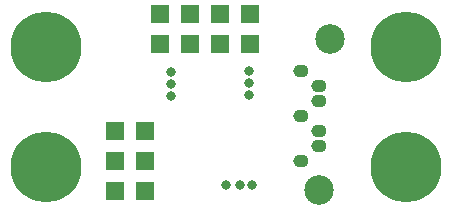
<source format=gbr>
%TF.GenerationSoftware,KiCad,Pcbnew,6.0.4-6f826c9f35~116~ubuntu20.04.1*%
%TF.CreationDate,2022-04-04T17:49:38+00:00*%
%TF.ProjectId,TTLLVDS01A,54544c4c-5644-4533-9031-412e6b696361,rev?*%
%TF.SameCoordinates,Original*%
%TF.FileFunction,Copper,L1,Top*%
%TF.FilePolarity,Positive*%
%FSLAX46Y46*%
G04 Gerber Fmt 4.6, Leading zero omitted, Abs format (unit mm)*
G04 Created by KiCad (PCBNEW 6.0.4-6f826c9f35~116~ubuntu20.04.1) date 2022-04-04 17:49:38*
%MOMM*%
%LPD*%
G01*
G04 APERTURE LIST*
%TA.AperFunction,ComponentPad*%
%ADD10O,1.300000X1.100000*%
%TD*%
%TA.AperFunction,ComponentPad*%
%ADD11C,2.500000*%
%TD*%
%TA.AperFunction,ComponentPad*%
%ADD12R,1.524000X1.524000*%
%TD*%
%TA.AperFunction,ComponentPad*%
%ADD13C,6.000000*%
%TD*%
%TA.AperFunction,ViaPad*%
%ADD14C,0.800000*%
%TD*%
G04 APERTURE END LIST*
D10*
%TO.P,J6,1*%
%TO.N,GND*%
X26644600Y5562600D03*
%TO.P,J6,2*%
%TO.N,/1+*%
X28144600Y6832600D03*
%TO.P,J6,3*%
%TO.N,/1-*%
X28144600Y8102600D03*
%TO.P,J6,4*%
%TO.N,GND*%
X26644600Y9372600D03*
%TO.P,J6,5*%
%TO.N,/2+*%
X28144600Y10642600D03*
%TO.P,J6,6*%
%TO.N,/2-*%
X28144600Y11912600D03*
%TO.P,J6,7*%
%TO.N,GND*%
X26644600Y13182600D03*
D11*
%TO.P,J6,8*%
%TO.N,N/C*%
X29144600Y15932600D03*
%TO.P,J6,9*%
X28144600Y3102600D03*
%TD*%
D12*
%TO.P,J1,1*%
%TO.N,GND*%
X10922000Y8128000D03*
%TO.P,J1,2*%
X13462000Y8128000D03*
%TO.P,J1,3*%
%TO.N,VCC*%
X10922000Y5588000D03*
%TO.P,J1,4*%
X13462000Y5588000D03*
%TO.P,J1,5*%
%TO.N,GND*%
X10922000Y3048000D03*
%TO.P,J1,6*%
X13462000Y3048000D03*
%TD*%
%TO.P,J2,1*%
%TO.N,/1A*%
X19812000Y15494000D03*
%TO.P,J2,2*%
X19812000Y18034000D03*
%TD*%
%TO.P,J3,1*%
%TO.N,GND*%
X14732000Y18034000D03*
%TO.P,J3,2*%
X14732000Y15494000D03*
%TD*%
%TO.P,J4,1*%
%TO.N,/2A*%
X17272000Y18034000D03*
%TO.P,J4,2*%
X17272000Y15494000D03*
%TD*%
%TO.P,J5,1*%
%TO.N,GND*%
X22352000Y18034000D03*
%TO.P,J5,2*%
X22352000Y15494000D03*
%TD*%
D13*
%TO.P,M1,1*%
%TO.N,GND*%
X35560000Y15240000D03*
%TD*%
%TO.P,M2,1*%
%TO.N,GND*%
X5080000Y5080000D03*
%TD*%
%TO.P,M3,1*%
%TO.N,GND*%
X5080000Y15240000D03*
%TD*%
%TO.P,M4,1*%
%TO.N,GND*%
X35560000Y5080000D03*
%TD*%
D14*
%TO.N,GND*%
X22225000Y11176000D03*
X20320000Y3556000D03*
X15621000Y12065000D03*
X15621000Y11049000D03*
X22225000Y13208000D03*
X21463000Y3556000D03*
X15621000Y13081000D03*
X22225000Y12192000D03*
X22479000Y3556000D03*
%TD*%
M02*

</source>
